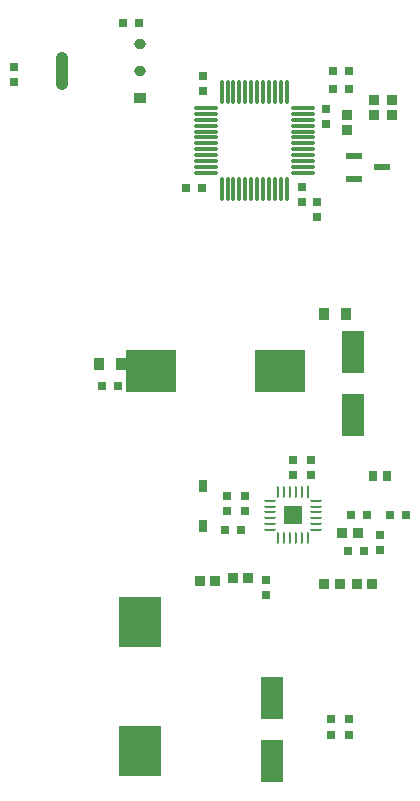
<source format=gtp>
G04*
G04 #@! TF.GenerationSoftware,Altium Limited,Altium Designer,24.7.2 (38)*
G04*
G04 Layer_Color=8421504*
%FSLAX44Y44*%
%MOMM*%
G71*
G04*
G04 #@! TF.SameCoordinates,60CCB1E2-045B-4953-842A-C3EC13AC8E9E*
G04*
G04*
G04 #@! TF.FilePolarity,Positive*
G04*
G01*
G75*
%ADD18R,1.6128X1.6128*%
%ADD19R,0.7000X0.7000*%
%ADD20R,0.7000X0.7000*%
%ADD21R,0.8500X0.9500*%
%ADD22R,0.8500X1.1000*%
G04:AMPARAMS|DCode=23|XSize=0.2425mm|YSize=1.0096mm|CornerRadius=0.1212mm|HoleSize=0mm|Usage=FLASHONLY|Rotation=270.000|XOffset=0mm|YOffset=0mm|HoleType=Round|Shape=RoundedRectangle|*
%AMROUNDEDRECTD23*
21,1,0.2425,0.7672,0,0,270.0*
21,1,0.0000,1.0096,0,0,270.0*
1,1,0.2425,-0.3836,0.0000*
1,1,0.2425,-0.3836,0.0000*
1,1,0.2425,0.3836,0.0000*
1,1,0.2425,0.3836,0.0000*
%
%ADD23ROUNDEDRECTD23*%
G04:AMPARAMS|DCode=24|XSize=1.0096mm|YSize=0.2425mm|CornerRadius=0.1212mm|HoleSize=0mm|Usage=FLASHONLY|Rotation=270.000|XOffset=0mm|YOffset=0mm|HoleType=Round|Shape=RoundedRectangle|*
%AMROUNDEDRECTD24*
21,1,1.0096,0.0000,0,0,270.0*
21,1,0.7672,0.2425,0,0,270.0*
1,1,0.2425,0.0000,-0.3836*
1,1,0.2425,0.0000,0.3836*
1,1,0.2425,0.0000,0.3836*
1,1,0.2425,0.0000,-0.3836*
%
%ADD24ROUNDEDRECTD24*%
%ADD25R,0.2425X1.0096*%
%ADD26R,1.9000X3.5500*%
%ADD27R,0.7500X0.8500*%
%ADD28R,0.7500X1.0000*%
%ADD29R,3.6000X4.3000*%
%ADD30R,4.3000X3.6000*%
%ADD31R,0.9500X0.8500*%
G04:AMPARAMS|DCode=32|XSize=1.0043mm|YSize=3.1821mm|CornerRadius=0.4369mm|HoleSize=0mm|Usage=FLASHONLY|Rotation=180.000|XOffset=0mm|YOffset=0mm|HoleType=Round|Shape=RoundedRectangle|*
%AMROUNDEDRECTD32*
21,1,1.0043,2.3084,0,0,180.0*
21,1,0.1306,3.1821,0,0,180.0*
1,1,0.8737,-0.0653,1.1542*
1,1,0.8737,0.0653,1.1542*
1,1,0.8737,0.0653,-1.1542*
1,1,0.8737,-0.0653,-1.1542*
%
%ADD32ROUNDEDRECTD32*%
G04:AMPARAMS|DCode=33|XSize=1.0043mm|YSize=0.8721mm|CornerRadius=0.4361mm|HoleSize=0mm|Usage=FLASHONLY|Rotation=180.000|XOffset=0mm|YOffset=0mm|HoleType=Round|Shape=RoundedRectangle|*
%AMROUNDEDRECTD33*
21,1,1.0043,0.0000,0,0,180.0*
21,1,0.1322,0.8721,0,0,180.0*
1,1,0.8721,-0.0661,0.0000*
1,1,0.8721,0.0661,0.0000*
1,1,0.8721,0.0661,0.0000*
1,1,0.8721,-0.0661,0.0000*
%
%ADD33ROUNDEDRECTD33*%
%ADD34R,1.0043X0.8721*%
%ADD35R,1.3500X0.6000*%
%ADD36O,0.3000X2.1000*%
%ADD37O,2.1000X0.3000*%
D18*
X878840Y678180D02*
D03*
D19*
X974240D02*
D03*
X961240D02*
D03*
X938680Y647700D02*
D03*
X925680D02*
D03*
X717250Y787400D02*
D03*
X730250D02*
D03*
X941220Y678180D02*
D03*
X928220D02*
D03*
X834540Y665480D02*
D03*
X821540D02*
D03*
X748180Y1094740D02*
D03*
X735180D02*
D03*
X788520Y955040D02*
D03*
X801520D02*
D03*
X925980Y1054100D02*
D03*
X912980D02*
D03*
X925980Y1038860D02*
D03*
X912980D02*
D03*
D20*
X855980Y623720D02*
D03*
Y610720D02*
D03*
X952500Y648820D02*
D03*
Y661820D02*
D03*
X878840Y725320D02*
D03*
Y712320D02*
D03*
X910590Y505610D02*
D03*
Y492610D02*
D03*
X925830Y505610D02*
D03*
Y492610D02*
D03*
X822960Y694840D02*
D03*
Y681840D02*
D03*
X894080Y725320D02*
D03*
Y712320D02*
D03*
X838200Y694840D02*
D03*
Y681840D02*
D03*
X802640Y1050440D02*
D03*
Y1037440D02*
D03*
X642620Y1058060D02*
D03*
Y1045060D02*
D03*
X886460Y943460D02*
D03*
Y956460D02*
D03*
X906780Y1022500D02*
D03*
Y1009500D02*
D03*
X899160Y930760D02*
D03*
Y943760D02*
D03*
D21*
X945825Y619760D02*
D03*
X932825D02*
D03*
X918360D02*
D03*
X905360D02*
D03*
X827740Y624840D02*
D03*
X840740D02*
D03*
X933600Y662940D02*
D03*
X920600D02*
D03*
X799950Y622300D02*
D03*
X812950D02*
D03*
D22*
X905150Y848360D02*
D03*
X923650D02*
D03*
X714650Y806450D02*
D03*
X733150D02*
D03*
D23*
X898353Y690680D02*
D03*
Y685680D02*
D03*
Y680680D02*
D03*
Y675680D02*
D03*
Y670680D02*
D03*
Y665680D02*
D03*
X859327D02*
D03*
Y670680D02*
D03*
Y675680D02*
D03*
Y680680D02*
D03*
Y685680D02*
D03*
Y690680D02*
D03*
D24*
X891340Y658668D02*
D03*
X886340D02*
D03*
X881340D02*
D03*
X876340D02*
D03*
X871340D02*
D03*
X866340D02*
D03*
Y697692D02*
D03*
X871340D02*
D03*
X876340D02*
D03*
X881340D02*
D03*
X886340D02*
D03*
D25*
X891340D02*
D03*
D26*
X861060Y470240D02*
D03*
Y523240D02*
D03*
X929640Y816440D02*
D03*
Y763440D02*
D03*
D27*
X958500Y711200D02*
D03*
X946500D02*
D03*
D28*
X802640Y702800D02*
D03*
Y668800D02*
D03*
D29*
X749300Y478900D02*
D03*
Y587900D02*
D03*
D30*
X867300Y800100D02*
D03*
X758300D02*
D03*
D31*
X947420Y1017120D02*
D03*
Y1030120D02*
D03*
X962660Y1017120D02*
D03*
Y1030120D02*
D03*
X924560Y1004420D02*
D03*
Y1017420D02*
D03*
D32*
X683330Y1054100D02*
D03*
D33*
X749230Y1077000D02*
D03*
Y1054100D02*
D03*
D34*
Y1031200D02*
D03*
D35*
X954340Y972820D02*
D03*
X930340Y963320D02*
D03*
Y982320D02*
D03*
D36*
X873320Y954680D02*
D03*
X868320D02*
D03*
X863320D02*
D03*
X858320D02*
D03*
X853320D02*
D03*
X848320D02*
D03*
X843320D02*
D03*
X838320D02*
D03*
X833320D02*
D03*
X828320D02*
D03*
X823320D02*
D03*
X818320D02*
D03*
Y1036680D02*
D03*
X823320D02*
D03*
X828320D02*
D03*
X833320D02*
D03*
X838320D02*
D03*
X843320D02*
D03*
X848320D02*
D03*
X853320D02*
D03*
X858320D02*
D03*
X863320D02*
D03*
X868320D02*
D03*
X873320D02*
D03*
D37*
X804820Y968180D02*
D03*
Y973180D02*
D03*
Y978180D02*
D03*
Y983180D02*
D03*
Y988180D02*
D03*
Y993180D02*
D03*
Y998180D02*
D03*
Y1003180D02*
D03*
Y1008180D02*
D03*
Y1013180D02*
D03*
Y1018180D02*
D03*
Y1023180D02*
D03*
X886820D02*
D03*
Y1018180D02*
D03*
Y1013180D02*
D03*
Y1008180D02*
D03*
Y1003180D02*
D03*
Y998180D02*
D03*
Y993180D02*
D03*
Y988180D02*
D03*
Y983180D02*
D03*
Y978180D02*
D03*
Y973180D02*
D03*
Y968180D02*
D03*
M02*

</source>
